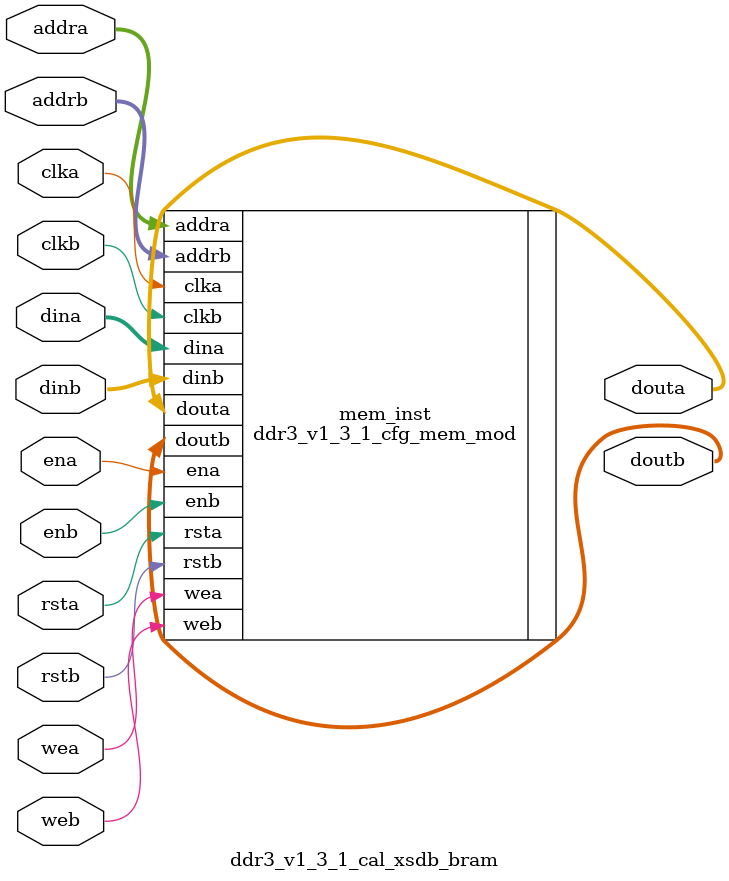
<source format=sv>
/******************************************************************************
// (c) Copyright 2013 - 2014 Xilinx, Inc. All rights reserved.
//
// This file contains confidential and proprietary information
// of Xilinx, Inc. and is protected under U.S. and
// international copyright and other intellectual property
// laws.
//
// DISCLAIMER
// This disclaimer is not a license and does not grant any
// rights to the materials distributed herewith. Except as
// otherwise provided in a valid license issued to you by
// Xilinx, and to the maximum extent permitted by applicable
// law: (1) THESE MATERIALS ARE MADE AVAILABLE "AS IS" AND
// WITH ALL FAULTS, AND XILINX HEREBY DISCLAIMS ALL WARRANTIES
// AND CONDITIONS, EXPRESS, IMPLIED, OR STATUTORY, INCLUDING
// BUT NOT LIMITED TO WARRANTIES OF MERCHANTABILITY, NON-
// INFRINGEMENT, OR FITNESS FOR ANY PARTICULAR PURPOSE; and
// (2) Xilinx shall not be liable (whether in contract or tort,
// including negligence, or under any other theory of
// liability) for any loss or damage of any kind or nature
// related to, arising under or in connection with these
// materials, including for any direct, or any indirect,
// special, incidental, or consequential loss or damage
// (including loss of data, profits, goodwill, or any type of
// loss or damage suffered as a result of any action brought
// by a third party) even if such damage or loss was
// reasonably foreseeable or Xilinx had been advised of the
// possibility of the same.
//
// CRITICAL APPLICATIONS
// Xilinx products are not designed or intended to be fail-
// safe, or for use in any application requiring fail-safe
// performance, such as life-support or safety devices or
// systems, Class III medical devices, nuclear facilities,
// applications related to the deployment of airbags, or any
// other applications that could lead to death, personal
// injury, or severe property or environmental damage
// (individually and collectively, "Critical
// Applications"). Customer assumes the sole risk and
// liability of any use of Xilinx products in Critical
// Applications, subject only to applicable laws and
// regulations governing limitations on product liability.
//
// THIS COPYRIGHT NOTICE AND DISCLAIMER MUST BE RETAINED AS
// PART OF THIS FILE AT ALL TIMES.
******************************************************************************/
//   ____  ____
//  /   /\/   /
// /___/  \  /    Vendor             : Xilinx
// \   \   \/     Version            : 2.0
//  \   \         Application        : MIG
//  /   /         Filename           : ddr3_v1_3_1_cal_xsdb_bram.sv
// /___/   /\     Date Last Modified : $Date: 2015/04/23 $
// \   \  /  \    Date Created       : Tue May 13 2014
//  \___\/\___\
//
// Device           : UltraScale
// Design Name      : DDR4 SDRAM & DDR3 SDRAM
// Purpose          :
//                   ddr3_v1_3_1_cal_xsdb_bram module
// Reference        :
// Revision History :
//*****************************************************************************
`timescale 1ns / 1ps

(* bram_map="yes" *)

module ddr3_v1_3_1_cal_xsdb_bram
    #(	
    
		parameter       	  MEM                        	  =  "DDR4"
		,parameter       	  DBYTES                     	  =  8 //4
		,parameter            START_ADDRESS                   =  18
		,parameter  		  SPREAD_SHEET_VERSION            =  2
		,parameter            RTL_VERSION                     =  0
		,parameter            MEM_CODE                        =  0
		,parameter  		  MEMORY_TYPE                     =  (MEM == "DDR4") ? 2 : 1
		,parameter            MEMORY_CONFIGURATION            =  1
		,parameter            MEMORY_VOLTAGE                  =  1
        ,parameter            CLKFBOUT_MULT_PLL               =  4
        ,parameter            DIVCLK_DIVIDE_PLL               =  1
        ,parameter            CLKOUT0_DIVIDE_PLL              =  1
        ,parameter            CLKFBOUT_MULT_MMCM              =  4
        ,parameter            DIVCLK_DIVIDE_MMCM              =  1
        ,parameter            CLKOUT0_DIVIDE_MMCM             =  4
		,parameter  		  DQBITS	                      =  64
		,parameter			  NIBBLE                          =  DQBITS/4
		,parameter  		  BITS_PER_BYTE                   =  4 //DQBITS/DBYTES
		,parameter  		  SLOTS                   =  1
		,parameter  		  ABITS                           =  10
		,parameter  		  BABITS                          =  2
		,parameter       	  BGBITS              	          =  2
		,parameter       	  CKEBITS                  		  =  4
		,parameter       	  CSBITS             	          =  4
		,parameter       	  ODTBITS                    	  =  4
		,parameter       	  DRAM_WIDTH                 	  =  8      // # of DQ per DQS
		,parameter       	  RANKS                      	  =  4 // 1      //1, 2, 3, or 4
		,parameter            S_HEIGHT                        =  1
		,parameter       	  nCK_PER_CLK                	  =  1      // # of memory CKs per fabric CLK
        ,parameter            tCK                             =  2000		
		,parameter       	  DM_DBI_SETTING             	  =  7     //// 3bits requried all 7
		,parameter            BISC_EN                         =  0
		,parameter       	  USE_CS_PORT             	      =  1     //// 1 bit
		,parameter            EXTRA_CMD_DELAY                 =  0     //// 1 bit
		,parameter            REG_CTRL_ON                     =  0     // RDIMM register control
		,parameter            CA_MIRROR                       =  0     //// 1 bit
		,parameter       	  DQS_GATE                   	  =  7
		,parameter       	  WRLVL                      	  =  7
		,parameter       	  RDLVL                      	  =  7
		,parameter       	  RDLVL_DBI                       =  7
		,parameter       	  WR_DQS_DQ                  	  =  7
		,parameter       	  WR_DQS_DM_DBI                   =  7
		,parameter            WRITE_LAT                       =  7
		,parameter       	  RDLVL_COMPLEX                   =  3     ///2 bits required all 3
		,parameter       	  WR_DQS_COMPLEX                  =  3     ///2 bits required all 3
		,parameter       	  DQS_TRACKING               	  =  3
		,parameter       	  RD_VREF                    	  =  3
		,parameter       	  RD_VREF_PATTERN                 =  3
		,parameter       	  WR_VREF                    	  =  3
		,parameter       	  WR_VREF_PATTERN                 =  3
		,parameter       	  DQS_SAMPLE_CNT             	  =  127
		,parameter       	  WRLVL_SAMPLE_CNT           	  =  255
		,parameter       	  RDLVL_SAMPLE_CNT           	  =  127
		,parameter       	  COMPLEX_LOOP_CNT           	  =  255
		,parameter       	  IODELAY_QTR_CK_TAP_CNT     	  =  255
		,parameter       	  DEBUG_MESSAGES     	          =  0
		,parameter         	  MR0                     		  =  13'b0000000110000
		,parameter         	  MR1                     		  =  13'b0000100000001 //RTT_NOM=RZQ/4 (60 Ohm)
		,parameter         	  MR2                     		  =  13'b0000000011000
		,parameter         	  MR3                     		  =  13'b0000000000000
		,parameter         	  MR4                     		  =  13'b0000000000000
		,parameter         	  MR5                     		  =  13'b0010000000000
		,parameter         	  MR6                     		  =  13'b0100000000000
		,parameter            ODTWR                           = 16'h0000
		,parameter            ODTRD                           = 16'h0000
		,parameter            SLOT0_CONFIG                    = 0     // all 9 bits
		,parameter            SLOT1_CONFIG                    = 0     // all 9 bits
		,parameter            SLOT0_FUNC_CS                   = 0     // all 9 bits
		,parameter            SLOT1_FUNC_CS                   = 0     // all 9 bits
		,parameter            SLOT0_ODD_CS                    = 0     // all 9 bits
		,parameter            SLOT1_ODD_CS                    = 0     // all 9 bits
		,parameter            DDR4_REG_RC03                   = 0     // all 9 bits
		,parameter            DDR4_REG_RC04                   = 0     // all 9 bits
		,parameter            DDR4_REG_RC05                   = 0     // all 9 bits
		,parameter            DDR4_REG_RC3X                   = 0     // all 9 bits
		
		,parameter         	  MR0_0                   		  =  MR0[8:0]
		,parameter         	  MR0_1                   		  =  {5'b0,MR0[12:9]}
		,parameter         	  MR1_0                   		  =  MR1[8:0]
		,parameter         	  MR1_1                   		  =  {5'b0,MR1[12:9]}
		,parameter         	  MR2_0                   	 	  =  MR2[8:0]
		,parameter         	  MR2_1                   		  =  {5'b0,MR2[12:9]}
		,parameter         	  MR3_0                   		  =  MR3[8:0]
		,parameter         	  MR3_1                   		  =  {5'b0,MR3[12:9]}
		,parameter         	  MR4_0                   		  =  MR4[8:0]
		,parameter         	  MR4_1                   		  =  {5'b0,MR4[12:9]}
		,parameter         	  MR5_0                   		  =  MR5[8:0]
		,parameter         	  MR5_1                   		  =  {5'b0,MR5[12:9]}
		,parameter         	  MR6_0                   		  =  MR6[8:0]
		,parameter         	  MR6_1                   		  =  {5'b0,MR6[12:9]}
  
       ,parameter NUM_BRAMS    = 1
	   ,parameter SIZE         = 36 * 1024 * NUM_BRAMS
    // Specify INITs as 9 bit blocks (256 locations per blockRAM)
       ,parameter ADDR_WIDTH   = 16
	   ,parameter DATA_WIDTH   = 9
       ,parameter PIPELINE_REG = 1 
    )
  (
	
		clka,
		clkb,
		ena,
		enb,
		addra,
		addrb,
		dina,
		dinb,
		douta,
		doutb,
		wea,
		web,
		rsta,
		rstb
);
input clka;
input clkb;
input ena;
input enb;
input [ADDR_WIDTH-1:0]addra;
input [ADDR_WIDTH-1:0]addrb;
input [DATA_WIDTH-1:0]dina;
input [DATA_WIDTH-1:0]dinb;
input wea;
input web;
input rsta;
input rstb;
output reg [DATA_WIDTH-1:0]douta;
output reg [DATA_WIDTH-1:0]doutb;


// Initial values to the BlockRam 0
localparam [8:0] mem0_init_0 = {4'b0,START_ADDRESS[4:0]};
localparam [8:0] mem0_init_1 = 9'b0;
localparam [8:0] mem0_init_2 = 9'b0;
localparam [8:0] mem0_init_3 = {5'b0,SPREAD_SHEET_VERSION[3:0]};
localparam [8:0] mem0_init_4 = {7'b0,MEMORY_TYPE[1:0]};
localparam [8:0] mem0_init_5 = {7'b0,RANKS[1:0]};
localparam [8:0] mem0_init_6 = DBYTES[8:0]; // MAN - repeats DBYTES parameter (may hardwire to BYTES for initial SW compatability)
localparam [8:0] mem0_init_7 = NIBBLE[8:0];
localparam [8:0] mem0_init_8 = BITS_PER_BYTE[8:0];
localparam [8:0] mem0_init_9 = 9'b0;
localparam [8:0] mem0_init_10 = 9'b0;
localparam [8:0] mem0_init_11 = 9'b0;
localparam [8:0] mem0_init_12 = SLOTS;
localparam [8:0] mem0_init_13 = 9'b0;
localparam [8:0] mem0_init_14 = 9'b0;
localparam [8:0] mem0_init_15 = 9'b0;
localparam [8:0] mem0_init_16 = 9'b0;
localparam [8:0] mem0_init_17 = 9'b0;
localparam [8:0] mem0_init_18 = RTL_VERSION[8:0];
localparam [8:0] mem0_init_19 = 9'b0;
localparam [8:0] mem0_init_20 = NUM_BRAMS[8:0];
localparam [8:0] mem0_init_21 = {BGBITS[1:0],BABITS[1:0],ABITS[4:0]};
localparam [8:0] mem0_init_22 = {ODTBITS[2:0],CSBITS[2:0],CKEBITS[2:0]};
localparam [8:0] mem0_init_23 = DBYTES[8:0];
localparam [8:0] mem0_init_24 = DRAM_WIDTH[8:0];
localparam [8:0] mem0_init_25 = {CA_MIRROR[0],REG_CTRL_ON[0],EXTRA_CMD_DELAY[0],USE_CS_PORT[0],BISC_EN[0],DM_DBI_SETTING[2:0],nCK_PER_CLK[0]};
localparam [8:0] mem0_init_26 = {RDLVL[2:0],WRLVL[2:0],DQS_GATE[2:0]};
localparam [8:0] mem0_init_27 = {WR_DQS_DM_DBI[2:0],WR_DQS_DQ[2:0],RDLVL_DBI[2:0]};
localparam [8:0] mem0_init_28 = {WR_DQS_COMPLEX[2:0],RDLVL_COMPLEX[2:0],WRITE_LAT[2:0]};
localparam [8:0] mem0_init_29 = {DEBUG_MESSAGES[0],RD_VREF_PATTERN[1:0],WR_VREF_PATTERN[1:0],RD_VREF[1:0],WR_VREF[1:0]};
localparam [8:0] mem0_init_30 = {7'b0,DQS_TRACKING[1:0]};
localparam [8:0] mem0_init_31 = DQS_SAMPLE_CNT[8:0];
localparam [8:0] mem0_init_32 = WRLVL_SAMPLE_CNT[8:0];
localparam [8:0] mem0_init_33 = RDLVL_SAMPLE_CNT[8:0];
localparam [8:0] mem0_init_34 = COMPLEX_LOOP_CNT[8:0];
localparam [8:0] mem0_init_35 = IODELAY_QTR_CK_TAP_CNT[8:0];
localparam [8:0] mem0_init_36 = {5'b0,S_HEIGHT[3:0]};
localparam [8:0] mem0_init_37 = 9'b0;
localparam [8:0] mem0_init_38 = 9'b0;
localparam [8:0] mem0_init_39 = 9'b0;
localparam [8:0] mem0_init_40 = {1'b0, ODTWR[7:0]};
localparam [8:0] mem0_init_41 = {1'b0, ODTWR[15:8]};
localparam [8:0] mem0_init_42 = {1'b0, ODTRD[7:0]};
localparam [8:0] mem0_init_43 = {1'b0, ODTRD[15:8]};
localparam [8:0] mem0_init_44 = SLOT0_CONFIG;
localparam [8:0] mem0_init_45 = SLOT1_CONFIG;
localparam [8:0] mem0_init_46 = SLOT0_FUNC_CS;
localparam [8:0] mem0_init_47 = SLOT1_FUNC_CS;
localparam [8:0] mem0_init_48 = SLOT0_ODD_CS;
localparam [8:0] mem0_init_49 = SLOT1_ODD_CS;
localparam [8:0] mem0_init_50 = DDR4_REG_RC03;
localparam [8:0] mem0_init_51 = DDR4_REG_RC04;
localparam [8:0] mem0_init_52 = DDR4_REG_RC05;
localparam [8:0] mem0_init_53 = DDR4_REG_RC3X;
localparam [8:0] mem0_init_54 = MR0_0[8:0];
localparam [8:0] mem0_init_55 = MR0_1[8:0];
localparam [8:0] mem0_init_56 = MR1_0[8:0];
localparam [8:0] mem0_init_57 = MR1_1[8:0];
localparam [8:0] mem0_init_58 = MR2_0[8:0];
localparam [8:0] mem0_init_59 = MR2_1[8:0];
localparam [8:0] mem0_init_60 = MR3_0[8:0];
localparam [8:0] mem0_init_61 = MR3_1[8:0];
localparam [8:0] mem0_init_62 = MR4_0[8:0];
localparam [8:0] mem0_init_63 = MR4_1[8:0];
localparam [8:0] mem0_init_64 = MR5_0[8:0];
localparam [8:0] mem0_init_65 = MR5_1[8:0];
localparam [8:0] mem0_init_66 = MR6_0[8:0];
localparam [8:0] mem0_init_67 = MR6_1[8:0];
localparam [8:0] mem0_init_68 = 9'b0;
localparam [8:0] mem0_init_69 = tCK[8:0];
localparam [8:0] mem0_init_70 = tCK[16:9];
localparam [8:0] mem0_init_71 = MEMORY_CONFIGURATION[8:0];
localparam [8:0] mem0_init_72 = MEMORY_VOLTAGE[8:0];
localparam [8:0] mem0_init_73 = CLKFBOUT_MULT_PLL[8:0];
localparam [8:0] mem0_init_74 = DIVCLK_DIVIDE_PLL[8:0];
localparam [8:0] mem0_init_75 = CLKFBOUT_MULT_MMCM[8:0];
localparam [8:0] mem0_init_76 = DIVCLK_DIVIDE_MMCM[8:0];
localparam [8:0] mem0_init_77 = 9'b0;
localparam [8:0] mem0_init_78 = 9'b0;
localparam [8:0] mem0_init_79 = 9'b0;
localparam [8:0] mem0_init_80 = 9'b0;
localparam [8:0] mem0_init_81 = 9'b0;
localparam [8:0] mem0_init_82 = 9'b0;
localparam [8:0] mem0_init_83 = 9'b0;
localparam [8:0] mem0_init_84 = 9'b0;
localparam [8:0] mem0_init_85 = 9'b0;
localparam [8:0] mem0_init_86 = 9'b0;
localparam [8:0] mem0_init_87 = 9'b0;
localparam [8:0] mem0_init_88 = 9'b0;
localparam [8:0] mem0_init_89 = 9'b0;
localparam [8:0] mem0_init_90 = 9'b0;
localparam [8:0] mem0_init_91 = 9'b0;
localparam [8:0] mem0_init_92 = 9'b0;
localparam [8:0] mem0_init_93 = 9'b0;
localparam [8:0] mem0_init_94 = 9'b0;
localparam [8:0] mem0_init_95 = 9'b0;
localparam [8:0] mem0_init_96 = 9'b0;
localparam [8:0] mem0_init_97 = 9'b0;
localparam [8:0] mem0_init_98 = 9'b0;
localparam [8:0] mem0_init_99 = 9'b0;
localparam [8:0] mem0_init_100 = 9'b0;
localparam [8:0] mem0_init_101 = 9'b0;
localparam [8:0] mem0_init_102 = 9'b0;
localparam [8:0] mem0_init_103 = 9'b0;
localparam [8:0] mem0_init_104 = 9'b0;
localparam [8:0] mem0_init_105 = 9'b0;
localparam [8:0] mem0_init_106 = 9'b0;
localparam [8:0] mem0_init_107 = 9'b0;
localparam [8:0] mem0_init_108 = 9'b0;
localparam [8:0] mem0_init_109 = 9'b0;
localparam [8:0] mem0_init_110 = 9'b0;
localparam [8:0] mem0_init_111 = 9'b0;
localparam [8:0] mem0_init_112 = 9'b0;
localparam [8:0] mem0_init_113 = 9'b0;
localparam [8:0] mem0_init_114 = 9'b0;
localparam [8:0] mem0_init_115 = 9'b0;
localparam [8:0] mem0_init_116 = 9'b0;
localparam [8:0] mem0_init_117 = 9'b0;
localparam [8:0] mem0_init_118 = 9'b0;
localparam [8:0] mem0_init_119 = 9'b0;
localparam [8:0] mem0_init_120 = 9'b0;
localparam [8:0] mem0_init_121 = 9'b0;
localparam [8:0] mem0_init_122 = 9'b0;
localparam [8:0] mem0_init_123 = 9'b0;
localparam [8:0] mem0_init_124 = 9'b0;
localparam [8:0] mem0_init_125 = 9'b0;
localparam [8:0] mem0_init_126 = 9'b0;
localparam [8:0] mem0_init_127 = 9'b0;
localparam [8:0] mem0_init_128 = 9'b0;
localparam [8:0] mem0_init_129 = 9'b0;
localparam [8:0] mem0_init_130 = 9'b0;
localparam [8:0] mem0_init_131 = 9'b0;
localparam [8:0] mem0_init_132 = 9'b0;
localparam [8:0] mem0_init_133 = 9'b0;
localparam [8:0] mem0_init_134 = 9'b0;
localparam [8:0] mem0_init_135 = 9'b0;
localparam [8:0] mem0_init_136 = 9'b0;
localparam [8:0] mem0_init_137 = 9'b0;
localparam [8:0] mem0_init_138 = 9'b0;
localparam [8:0] mem0_init_139 = 9'b0;
localparam [8:0] mem0_init_140 = 9'b0;
localparam [8:0] mem0_init_141 = 9'b0;
localparam [8:0] mem0_init_142 = 9'b0;
localparam [8:0] mem0_init_143 = 9'b0;
localparam [8:0] mem0_init_144 = 9'b0;
localparam [8:0] mem0_init_145 = 9'b0;
localparam [8:0] mem0_init_146 = 9'b0;
localparam [8:0] mem0_init_147 = 9'b0;
localparam [8:0] mem0_init_148 = 9'b0;
localparam [8:0] mem0_init_149 = 9'b0;
localparam [8:0] mem0_init_150 = 9'b0;
localparam [8:0] mem0_init_151 = 9'b0;
localparam [8:0] mem0_init_152 = 9'b0;
localparam [8:0] mem0_init_153 = 9'b0;
localparam [8:0] mem0_init_154 = 9'b0;
localparam [8:0] mem0_init_155 = 9'b0;
localparam [8:0] mem0_init_156 = 9'b0;
localparam [8:0] mem0_init_157 = 9'b0;
localparam [8:0] mem0_init_158 = 9'b0;
localparam [8:0] mem0_init_159 = 9'b0;
localparam [8:0] mem0_init_160 = 9'b0;
localparam [8:0] mem0_init_161 = 9'b0;
localparam [8:0] mem0_init_162 = 9'b0;
localparam [8:0] mem0_init_163 = 9'b0;
localparam [8:0] mem0_init_164 = 9'b0;
localparam [8:0] mem0_init_165 = 9'b0;
localparam [8:0] mem0_init_166 = 9'b0;
localparam [8:0] mem0_init_167 = 9'b0;
localparam [8:0] mem0_init_168 = 9'b0;
localparam [8:0] mem0_init_169 = 9'b0;
localparam [8:0] mem0_init_170 = 9'b0;
localparam [8:0] mem0_init_171 = 9'b0;
localparam [8:0] mem0_init_172 = 9'b0;
localparam [8:0] mem0_init_173 = 9'b0;
localparam [8:0] mem0_init_174 = 9'b0;
localparam [8:0] mem0_init_175 = 9'b0;
localparam [8:0] mem0_init_176 = 9'b0;
localparam [8:0] mem0_init_177 = 9'b0;
localparam [8:0] mem0_init_178 = 9'b0;
localparam [8:0] mem0_init_179 = 9'b0;
localparam [8:0] mem0_init_180 = 9'b0;
localparam [8:0] mem0_init_181 = 9'b0;
localparam [8:0] mem0_init_182 = 9'b0;
localparam [8:0] mem0_init_183 = 9'b0;
localparam [8:0] mem0_init_184 = 9'b0;
localparam [8:0] mem0_init_185 = 9'b0;
localparam [8:0] mem0_init_186 = 9'b0;
localparam [8:0] mem0_init_187 = 9'b0;
localparam [8:0] mem0_init_188 = 9'b0;
localparam [8:0] mem0_init_189 = 9'b0;
localparam [8:0] mem0_init_190 = 9'b0;
localparam [8:0] mem0_init_191 = 9'b0;
localparam [8:0] mem0_init_192 = 9'b0;
localparam [8:0] mem0_init_193 = 9'b0;
localparam [8:0] mem0_init_194 = 9'b0;
localparam [8:0] mem0_init_195 = 9'b0;
localparam [8:0] mem0_init_196 = 9'b0;
localparam [8:0] mem0_init_197 = 9'b0;
localparam [8:0] mem0_init_198 = 9'b0;
localparam [8:0] mem0_init_199 = 9'b0;
localparam [8:0] mem0_init_200 = 9'b0;
localparam [8:0] mem0_init_201 = 9'b0;
localparam [8:0] mem0_init_202 = 9'b0;
localparam [8:0] mem0_init_203 = 9'b0;
localparam [8:0] mem0_init_204 = 9'b0;
localparam [8:0] mem0_init_205 = 9'b0;
localparam [8:0] mem0_init_206 = 9'b0;
localparam [8:0] mem0_init_207 = 9'b0;
localparam [8:0] mem0_init_208 = 9'b0;
localparam [8:0] mem0_init_209 = 9'b0;
localparam [8:0] mem0_init_210 = 9'b0;
localparam [8:0] mem0_init_211 = 9'b0;
localparam [8:0] mem0_init_212 = 9'b0;
localparam [8:0] mem0_init_213 = 9'b0;
localparam [8:0] mem0_init_214 = 9'b0;
localparam [8:0] mem0_init_215 = 9'b0;
localparam [8:0] mem0_init_216 = 9'b0;
localparam [8:0] mem0_init_217 = 9'b0;
localparam [8:0] mem0_init_218 = 9'b0;
localparam [8:0] mem0_init_219 = 9'b0;
localparam [8:0] mem0_init_220 = 9'b0;
localparam [8:0] mem0_init_221 = 9'b0;
localparam [8:0] mem0_init_222 = 9'b0;
localparam [8:0] mem0_init_223 = 9'b0;
localparam [8:0] mem0_init_224 = 9'b0;
localparam [8:0] mem0_init_225 = 9'b0;
localparam [8:0] mem0_init_226 = 9'b0;
localparam [8:0] mem0_init_227 = 9'b0;
localparam [8:0] mem0_init_228 = 9'b0;
localparam [8:0] mem0_init_229 = 9'b0;
localparam [8:0] mem0_init_230 = 9'b0;
localparam [8:0] mem0_init_231 = 9'b0;
localparam [8:0] mem0_init_232 = 9'b0;
localparam [8:0] mem0_init_233 = 9'b0;
localparam [8:0] mem0_init_234 = 9'b0;
localparam [8:0] mem0_init_235 = 9'b0;
localparam [8:0] mem0_init_236 = 9'b0;
localparam [8:0] mem0_init_237 = 9'b0;
localparam [8:0] mem0_init_238 = 9'b0;
localparam [8:0] mem0_init_239 = 9'b0;
localparam [8:0] mem0_init_240 = 9'b0;
localparam [8:0] mem0_init_241 = 9'b0;
localparam [8:0] mem0_init_242 = 9'b0;
localparam [8:0] mem0_init_243 = 9'b0;
localparam [8:0] mem0_init_244 = 9'b0;
localparam [8:0] mem0_init_245 = 9'b0;
localparam [8:0] mem0_init_246 = 9'b0;
localparam [8:0] mem0_init_247 = 9'b0;
localparam [8:0] mem0_init_248 = 9'b0;
localparam [8:0] mem0_init_249 = 9'b0;
localparam [8:0] mem0_init_250 = 9'b0;
localparam [8:0] mem0_init_251 = 9'b0;
localparam [8:0] mem0_init_252 = 9'b0;
localparam [8:0] mem0_init_253 = 9'b0;
localparam [8:0] mem0_init_254 = 9'b0;
localparam [8:0] mem0_init_255 = 9'b0;

localparam [256*9-1:0] INIT_BRAM0 = {mem0_init_255,mem0_init_254,mem0_init_253,mem0_init_252,mem0_init_251,mem0_init_250,mem0_init_249,mem0_init_248,mem0_init_247,mem0_init_246,mem0_init_245,mem0_init_244,mem0_init_243,mem0_init_242,mem0_init_241,mem0_init_240,mem0_init_239,mem0_init_238,mem0_init_237,mem0_init_236,mem0_init_235,mem0_init_234,mem0_init_233,mem0_init_232,mem0_init_231,mem0_init_230,mem0_init_229,mem0_init_228,mem0_init_227,mem0_init_226,mem0_init_225,mem0_init_224,mem0_init_223,mem0_init_222,mem0_init_221,mem0_init_220,mem0_init_219,mem0_init_218,mem0_init_217,mem0_init_216,mem0_init_215,mem0_init_214,mem0_init_213,mem0_init_212,mem0_init_211,mem0_init_210,mem0_init_209,mem0_init_208,mem0_init_207,mem0_init_206,mem0_init_205,mem0_init_204,mem0_init_203,mem0_init_202,mem0_init_201,mem0_init_200,mem0_init_199,mem0_init_198,mem0_init_197,mem0_init_196,mem0_init_195,mem0_init_194,mem0_init_193,mem0_init_192,mem0_init_191,mem0_init_190,mem0_init_189,mem0_init_188,mem0_init_187,mem0_init_186,mem0_init_185,mem0_init_184,mem0_init_183,mem0_init_182,mem0_init_181,mem0_init_180,mem0_init_179,mem0_init_178,mem0_init_177,mem0_init_176,mem0_init_175,mem0_init_174,mem0_init_173,mem0_init_172,mem0_init_171,mem0_init_170,mem0_init_169,mem0_init_168,mem0_init_167,mem0_init_166,mem0_init_165,mem0_init_164,mem0_init_163,mem0_init_162,mem0_init_161,mem0_init_160,mem0_init_159,mem0_init_158,mem0_init_157,mem0_init_156,mem0_init_155,mem0_init_154,mem0_init_153,mem0_init_152,mem0_init_151,mem0_init_150,mem0_init_149,mem0_init_148,mem0_init_147,mem0_init_146,mem0_init_145,mem0_init_144,mem0_init_143,mem0_init_142,mem0_init_141,mem0_init_140,mem0_init_139,mem0_init_138,mem0_init_137,mem0_init_136,mem0_init_135,mem0_init_134,mem0_init_133,mem0_init_132,mem0_init_131,mem0_init_130,mem0_init_129,mem0_init_128,mem0_init_127,mem0_init_126,mem0_init_125,mem0_init_124,mem0_init_123,mem0_init_122,mem0_init_121,mem0_init_120,mem0_init_119,mem0_init_118,mem0_init_117,mem0_init_116,mem0_init_115,mem0_init_114,mem0_init_113,mem0_init_112,mem0_init_111,mem0_init_110,mem0_init_109,mem0_init_108,mem0_init_107,mem0_init_106,mem0_init_105,mem0_init_104,mem0_init_103,mem0_init_102,mem0_init_101,mem0_init_100,mem0_init_99,mem0_init_98,mem0_init_97,mem0_init_96,mem0_init_95,mem0_init_94,mem0_init_93,mem0_init_92,mem0_init_91,mem0_init_90,mem0_init_89,mem0_init_88,mem0_init_87,mem0_init_86,mem0_init_85,mem0_init_84,mem0_init_83,mem0_init_82,mem0_init_81,mem0_init_80,mem0_init_79,mem0_init_78,mem0_init_77,mem0_init_76,mem0_init_75,mem0_init_74,mem0_init_73,mem0_init_72,mem0_init_71,mem0_init_70,mem0_init_69,mem0_init_68,mem0_init_67,mem0_init_66,mem0_init_65,mem0_init_64,mem0_init_63,mem0_init_62,mem0_init_61,mem0_init_60,mem0_init_59,mem0_init_58,mem0_init_57,mem0_init_56,mem0_init_55,mem0_init_54,mem0_init_53,mem0_init_52,mem0_init_51,mem0_init_50,mem0_init_49,mem0_init_48,mem0_init_47,mem0_init_46,mem0_init_45,mem0_init_44,mem0_init_43,mem0_init_42,mem0_init_41,mem0_init_40,mem0_init_39,mem0_init_38,mem0_init_37,mem0_init_36,mem0_init_35,mem0_init_34,mem0_init_33,mem0_init_32,mem0_init_31,mem0_init_30,mem0_init_29,mem0_init_28,mem0_init_27,mem0_init_26,mem0_init_25,mem0_init_24,mem0_init_23,mem0_init_22,mem0_init_21,mem0_init_20,mem0_init_19,mem0_init_18,mem0_init_17,mem0_init_16,mem0_init_15,mem0_init_14,mem0_init_13,mem0_init_12,mem0_init_11,mem0_init_10,mem0_init_9,mem0_init_8,mem0_init_7,mem0_init_6,mem0_init_5,mem0_init_4,mem0_init_3,mem0_init_2,mem0_init_1,mem0_init_0};

// Populate INIT's for rest of BlockRAMs if required
localparam [256*9*NUM_BRAMS-1:0] INIT = ( NUM_BRAMS == 1 ) ? INIT_BRAM0 : ( NUM_BRAMS == 2 ) ? {2304'b0 ,INIT_BRAM0} : {{2{2304'b0}} ,INIT_BRAM0};

ddr3_v1_3_1_cfg_mem_mod # (
               .SIZE(SIZE),
               .INIT(INIT),
               .ADDR_WIDTH(ADDR_WIDTH),
               .DATA_WIDTH(9),
               .PIPELINE_REG(PIPELINE_REG)
              )
     mem_inst (
                .clka(clka),
                .clkb(clkb),
                .ena(ena),
                .enb(enb),
                .addra(addra),
                .addrb(addrb),
                .dina(dina),
                .dinb(dinb),
                .wea(wea),
                .web(web),
                .rsta(rsta),
                .rstb(rstb),
                .douta(douta),
                .doutb(doutb)
               );

endmodule


</source>
